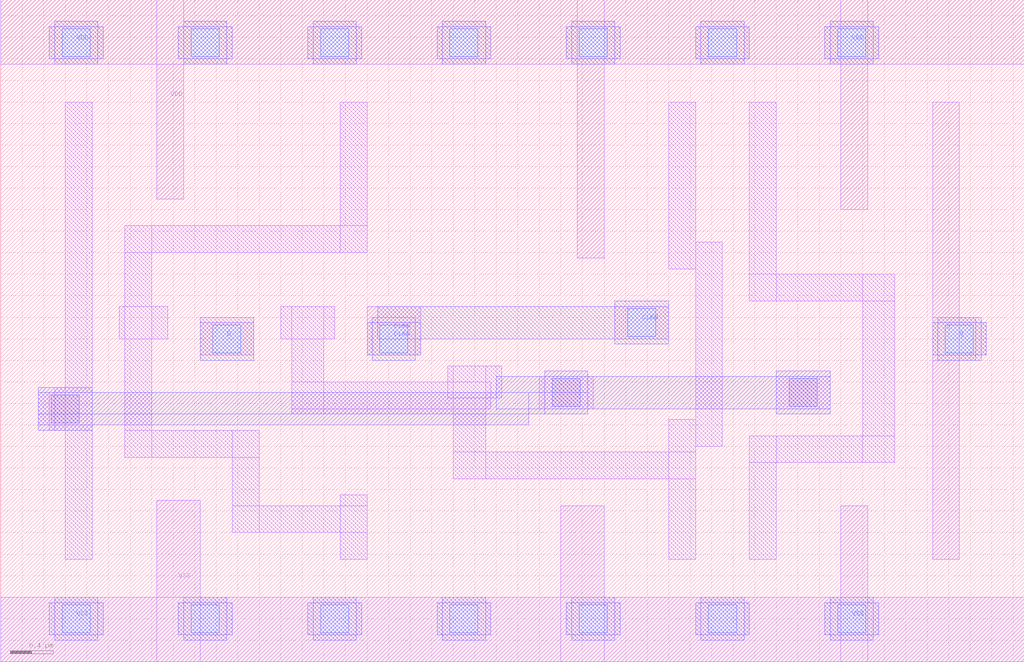
<source format=lef>
# Copyright 2022 Google LLC
# Licensed under the Apache License, Version 2.0 (the "License");
# you may not use this file except in compliance with the License.
# You may obtain a copy of the License at
#
#      http://www.apache.org/licenses/LICENSE-2.0
#
# Unless required by applicable law or agreed to in writing, software
# distributed under the License is distributed on an "AS IS" BASIS,
# WITHOUT WARRANTIES OR CONDITIONS OF ANY KIND, either express or implied.
# See the License for the specific language governing permissions and
# limitations under the License.
VERSION 5.7 ;
BUSBITCHARS "[]" ;
DIVIDERCHAR "/" ;

MACRO gf180mcu_osu_sc_9T_dlatn_1
  CLASS CORE ;
  ORIGIN 0 0 ;
  FOREIGN gf180mcu_osu_sc_9T_dlatn_1 0 0 ;
  SIZE 9.5 BY 6.15 ;
  SYMMETRY X Y ;
  SITE GF018hv5v_mcu_sc7 ;
  PIN CLKN
    DIRECTION INPUT ;
    USE CLOCK ;
    PORT
      LAYER MET1 ;
        RECT 5.7 3 6.2 3.3 ;
        RECT 3.4 2.85 3.9 3.3 ;
      LAYER MET2 ;
        RECT 5.7 2.95 6.2 3.35 ;
        RECT 3.5 3 6.2 3.3 ;
        RECT 3.4 2.85 3.9 3.15 ;
        RECT 3.45 2.8 3.85 3.2 ;
      LAYER VIA12 ;
        RECT 3.52 2.87 3.78 3.13 ;
        RECT 5.82 3.02 6.08 3.28 ;
    END
  END CLKN
  PIN D
    DIRECTION INPUT ;
    USE SIGNAL ;
    PORT
      LAYER MET1 ;
        RECT 1.85 2.85 2.35 3.15 ;
      LAYER MET2 ;
        RECT 1.85 2.8 2.35 3.2 ;
      LAYER VIA12 ;
        RECT 1.97 2.87 2.23 3.13 ;
    END
  END D
  PIN Q
    DIRECTION OUTPUT ;
    USE SIGNAL ;
    PORT
      LAYER MET1 ;
        RECT 8.65 2.85 9.15 3.15 ;
        RECT 8.65 2.8 9.05 3.2 ;
        RECT 8.65 0.95 8.9 5.2 ;
      LAYER MET2 ;
        RECT 8.65 2.85 9.15 3.15 ;
        RECT 8.7 2.8 9.1 3.2 ;
      LAYER VIA12 ;
        RECT 8.77 2.87 9.03 3.13 ;
    END
  END Q
  PIN VDD
    DIRECTION INOUT ;
    USE POWER ;
    SHAPE ABUTMENT ;
    PORT
      LAYER MET1 ;
        RECT 0 5.55 9.5 6.15 ;
        RECT 7.8 4.2 8.05 6.15 ;
        RECT 5.35 3.75 5.6 6.15 ;
        RECT 1.45 4.3 1.7 6.15 ;
      LAYER MET2 ;
        RECT 7.65 5.6 8.15 5.9 ;
        RECT 7.7 5.55 8.1 5.95 ;
        RECT 6.45 5.6 6.95 5.9 ;
        RECT 6.5 5.55 6.9 5.95 ;
        RECT 5.25 5.6 5.75 5.9 ;
        RECT 5.3 5.55 5.7 5.95 ;
        RECT 4.05 5.6 4.55 5.9 ;
        RECT 4.1 5.55 4.5 5.95 ;
        RECT 2.85 5.6 3.35 5.9 ;
        RECT 2.9 5.55 3.3 5.95 ;
        RECT 1.65 5.6 2.15 5.9 ;
        RECT 1.7 5.55 2.1 5.95 ;
        RECT 0.45 5.6 0.95 5.9 ;
        RECT 0.5 5.55 0.9 5.95 ;
      LAYER VIA12 ;
        RECT 0.57 5.62 0.83 5.88 ;
        RECT 1.77 5.62 2.03 5.88 ;
        RECT 2.97 5.62 3.23 5.88 ;
        RECT 4.17 5.62 4.43 5.88 ;
        RECT 5.37 5.62 5.63 5.88 ;
        RECT 6.57 5.62 6.83 5.88 ;
        RECT 7.77 5.62 8.03 5.88 ;
    END
  END VDD
  PIN VSS
    DIRECTION INOUT ;
    USE GROUND ;
    PORT
      LAYER MET1 ;
        RECT 0 0 9.5 0.6 ;
        RECT 7.8 0 8.05 1.45 ;
        RECT 5.2 0 5.6 1.45 ;
        RECT 1.45 0 1.85 1.5 ;
      LAYER MET2 ;
        RECT 7.65 0.25 8.15 0.55 ;
        RECT 7.7 0.2 8.1 0.6 ;
        RECT 6.45 0.25 6.95 0.55 ;
        RECT 6.5 0.2 6.9 0.6 ;
        RECT 5.25 0.25 5.75 0.55 ;
        RECT 5.3 0.2 5.7 0.6 ;
        RECT 4.05 0.25 4.55 0.55 ;
        RECT 4.1 0.2 4.5 0.6 ;
        RECT 2.85 0.25 3.35 0.55 ;
        RECT 2.9 0.2 3.3 0.6 ;
        RECT 1.65 0.25 2.15 0.55 ;
        RECT 1.7 0.2 2.1 0.6 ;
        RECT 0.45 0.25 0.95 0.55 ;
        RECT 0.5 0.2 0.9 0.6 ;
      LAYER VIA12 ;
        RECT 0.57 0.27 0.83 0.53 ;
        RECT 1.77 0.27 2.03 0.53 ;
        RECT 2.97 0.27 3.23 0.53 ;
        RECT 4.17 0.27 4.43 0.53 ;
        RECT 5.37 0.27 5.63 0.53 ;
        RECT 6.57 0.27 6.83 0.53 ;
        RECT 7.77 0.27 8.03 0.53 ;
    END
  END VSS
  OBS
    LAYER MET2 ;
      RECT 7.2 2.3 7.7 2.7 ;
      RECT 5.05 2.3 5.45 2.7 ;
      RECT 4.6 2.35 7.7 2.65 ;
      RECT 0.35 2.15 0.85 2.55 ;
      RECT 0.35 2.2 4.9 2.5 ;
      RECT 0.35 2.3 5.45 2.5 ;
    LAYER VIA12 ;
      RECT 7.32 2.37 7.58 2.63 ;
      RECT 5.12 2.37 5.38 2.63 ;
      RECT 0.47 2.22 0.73 2.48 ;
    LAYER MET1 ;
      RECT 6.95 3.35 7.2 5.2 ;
      RECT 6.95 3.35 8.3 3.6 ;
      RECT 8 1.85 8.3 3.6 ;
      RECT 6.95 1.85 8.3 2.1 ;
      RECT 6.95 0.95 7.2 2.1 ;
      RECT 6.2 3.65 6.45 5.2 ;
      RECT 6.45 2 6.7 3.9 ;
      RECT 2.6 3 3.1 3.3 ;
      RECT 2.7 2.3 3 3.3 ;
      RECT 4.15 2.45 4.65 2.75 ;
      RECT 2.7 2.3 4.5 2.6 ;
      RECT 2.7 2.35 4.55 2.6 ;
      RECT 4.2 1.7 4.5 2.75 ;
      RECT 6.2 0.95 6.45 2.25 ;
      RECT 4.2 1.7 6.45 1.95 ;
      RECT 3.15 3.8 3.4 5.2 ;
      RECT 1.15 3.8 3.4 4.05 ;
      RECT 1.15 1.9 1.4 4.05 ;
      RECT 1.1 3 1.55 3.3 ;
      RECT 1.15 1.9 2.4 2.15 ;
      RECT 2.15 1.2 2.4 2.15 ;
      RECT 3.15 0.95 3.4 1.55 ;
      RECT 2.15 1.2 3.4 1.45 ;
      RECT 0.6 0.95 0.85 5.2 ;
      RECT 0.5 2.15 0.85 2.55 ;
      RECT 0.35 2.2 0.85 2.5 ;
      RECT 0.45 2.15 0.85 2.5 ;
      RECT 7.2 2.35 7.7 2.65 ;
      RECT 5 2.35 5.5 2.65 ;
  END
END gf180mcu_osu_sc_9T_dlatn_1

</source>
